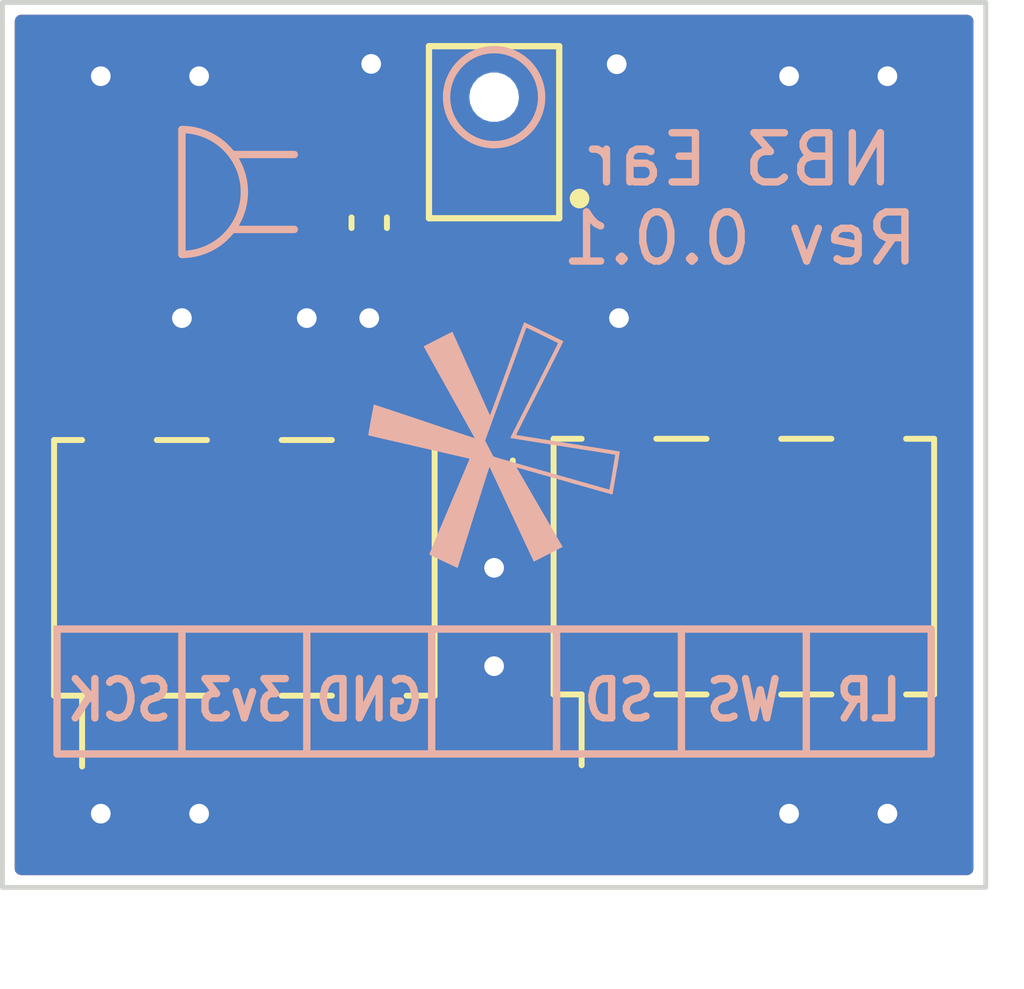
<source format=kicad_pcb>
(kicad_pcb (version 20210606) (generator pcbnew)
  (title_block (title "NB3 Ear") (date "2021-07-06") (rev "0.0.1") (company "Voight-Kampff") (comment 1 "MEMS microphone with I2S interface PCB"))
  (layers (0 "F.Cu" signal) (31 "B.Cu" signal) (34 "B.Paste" user) (35 "F.Paste" user) (36 "B.SilkS" user "B.Silkscreen") (37 "F.SilkS" user "F.Silkscreen") (38 "B.Mask" user) (39 "F.Mask" user) (44 "Edge.Cuts" user))
  (net 0 "")
  (net 1 "+3V3")
  (net 2 "GND")
  (net 3 "/SCK")
  (net 4 "/SD")
  (net 5 "/WS")
  (net 6 "/LR")
  (footprint "NB3_ear:Mic_ICS-43434" (layer "F.Cu") (at 151.08 100.914 180)
    (fp_text reference "MK1" hide)
    (fp_text value "Mic_ICS-43434" hide)
    (fp_poly (pts (xy -0.01 -0.1) (xy -0.01 0.2) (xy -0.036168 0.200685) (xy -0.062264 0.202739) (xy -0.088217 0.206156) (xy -0.113956 0.210926) (xy -0.13941 0.217037) (xy -0.164508 0.224472) (xy -0.189184 0.23321) (xy -0.213368 0.243227) (xy -0.236995 0.254497) (xy -0.26 0.266987) (xy -0.28232 0.280665) (xy -0.303893 0.295492) (xy -0.32466 0.311427) (xy -0.344565 0.328428) (xy -0.363553 0.346447) (xy -0.381572 0.365435) (xy -0.398573 0.38534) (xy -0.414508 0.406107) (xy -0.429335 0.42768) (xy -0.443013 0.45) (xy -0.455503 0.473005) (xy -0.466773 0.496632) (xy -0.47679 0.520816) (xy -0.485528 0.545492) (xy -0.492963 0.57059) (xy -0.499074 0.596044) (xy -0.503844 0.621783) (xy -0.507261 0.647736) (xy -0.509315 0.673832) (xy -0.51 0.7) (xy -0.51 0.72) (xy -0.509301 0.746691) (xy -0.507206 0.77331) (xy -0.503721 0.799782) (xy -0.498855 0.826035) (xy -0.492622 0.851998) (xy -0.485039 0.877599) (xy -0.476126 0.902768) (xy -0.465908 0.927436) (xy -0.454413 0.951535) (xy -0.441673 0.975) (xy -0.427722 0.997766) (xy -0.412599 1.01977) (xy -0.396344 1.040953) (xy -0.379004 1.061257) (xy -0.360624 1.080624) (xy -0.341257 1.099004) (xy -0.320953 1.116344) (xy -0.29977 1.132599) (xy -0.277766 1.147722) (xy -0.255 1.161673) (xy -0.231535 1.174413) (xy -0.207436 1.185908) (xy -0.182768 1.196126) (xy -0.157599 1.205039) (xy -0.131998 1.212622) (xy -0.106035 1.218855) (xy -0.079782 1.223721) (xy -0.05331 1.227206) (xy -0.026691 1.229301) (xy 0 1.23) (xy 0.01 1.23) (xy 0.036168 1.229315) (xy 0.062264 1.227261) (xy 0.088217 1.223844) (xy 0.113956 1.219074) (xy 0.13941 1.212963) (xy 0.164508 1.205528) (xy 0.189184 1.19679) (xy 0.213368 1.186773) (xy 0.236995 1.175503) (xy 0.26 1.163013) (xy 0.28232 1.149335) (xy 0.303893 1.134508) (xy 0.32466 1.118573) (xy 0.344565 1.101572) (xy 0.363553 1.083553) (xy 0.381572 1.064565) (xy 0.398573 1.04466) (xy 0.414508 1.023893) (xy 0.429335 1.00232) (xy 0.443013 0.98) (xy 0.455503 0.956995) (xy 0.466773 0.933368) (xy 0.47679 0.909184) (xy 0.485528 0.884508) (xy 0.492963 0.85941) (xy 0.499074 0.833956) (xy 0.503844 0.808217) (xy 0.507261 0.782264) (xy 0.509315 0.756168) (xy 0.51 0.73) (xy 0.51 0.7) (xy 0.509315 0.673832) (xy 0.507261 0.647736) (xy 0.503844 0.621783) (xy 0.499074 0.596044) (xy 0.492963 0.57059) (xy 0.485528 0.545492) (xy 0.47679 0.520816) (xy 0.466773 0.496632) (xy 0.455503 0.473005) (xy 0.443013 0.45) (xy 0.429335 0.42768) (xy 0.414508 0.406107) (xy 0.398573 0.38534) (xy 0.381572 0.365435) (xy 0.363553 0.346447) (xy 0.344565 0.328428) (xy 0.32466 0.311427) (xy 0.303893 0.295492) (xy 0.28232 0.280665) (xy 0.26 0.266987) (xy 0.236995 0.254497) (xy 0.213368 0.243227) (xy 0.189184 0.23321) (xy 0.164508 0.224472) (xy 0.13941 0.217037) (xy 0.113956 0.210926) (xy 0.088217 0.206156) (xy 0.062264 0.202739) (xy 0.036168 0.200685) (xy 0.01 0.2) (xy 0.01 -0.1) (xy 0.02 -0.1) (xy 0.061345 -0.098917) (xy 0.102577 -0.095672) (xy 0.143583 -0.090274) (xy 0.18425 -0.082737) (xy 0.224467 -0.073081) (xy 0.264123 -0.061335) (xy 0.303111 -0.047529) (xy 0.341322 -0.031701) (xy 0.378652 -0.013895) (xy 0.415 0.00584) (xy 0.450265 0.02745) (xy 0.48435 0.050877) (xy 0.517163 0.076055) (xy 0.548613 0.102916) (xy 0.578614 0.131386) (xy 0.607084 0.161387) (xy 0.633945 0.192837) (xy 0.659123 0.22565) (xy 0.68255 0.259735) (xy 0.70416 0.295) (xy 0.723895 0.331348) (xy 0.741701 0.368678) (xy 0.757529 0.406889) (xy 0.771335 0.445877) (xy 0.783081 0.485533) (xy 0.792737 0.52575) (xy 0.800274 0.566417) (xy 0.805672 0.607423) (xy 0.808917 0.648655) (xy 0.81 0.69) (xy 0.81 0.72) (xy 0.80889 0.762392) (xy 0.805563 0.804668) (xy 0.800028 0.846712) (xy 0.7923 0.888408) (xy 0.7824 0.929643) (xy 0.770356 0.970304) (xy 0.7562 1.010278) (xy 0.739972 1.049457) (xy 0.721715 1.087732) (xy 0.701481 1.125) (xy 0.679323 1.161158) (xy 0.655304 1.196106) (xy 0.629488 1.22975) (xy 0.601947 1.261996) (xy 0.572756 1.292756) (xy 0.541996 1.321947) (xy 0.50975 1.349488) (xy 0.476106 1.375304) (xy 0.441158 1.399323) (xy 0.405 1.421481) (xy 0.367732 1.441715) (xy 0.329457 1.459972) (xy 0.290278 1.4762) (xy 0.250304 1.490356) (xy 0.209643 1.5024) (xy 0.168408 1.5123) (xy 0.126712 1.520028) (xy 0.084668 1.525563) (xy 0.042392 1.52889) (xy 0 1.53) (xy -0.01 1.53) (xy -0.051869 1.528904) (xy -0.093623 1.525618) (xy -0.135148 1.520151) (xy -0.176329 1.512518) (xy -0.217055 1.502741) (xy -0.257214 1.490845) (xy -0.296694 1.476864) (xy -0.335389 1.460836) (xy -0.373192 1.442805) (xy -0.41 1.42282) (xy -0.445711 1.400936) (xy -0.480228 1.377214) (xy -0.513456 1.351717) (xy -0.545304 1.324516) (xy -0.575685 1.295685) (xy -0.604516 1.265304) (xy -0.631717 1.233456) (xy -0.657214 1.200228) (xy -0.680936 1.165711) (xy -0.70282 1.13) (xy -0.722805 1.093192) (xy -0.740836 1.055389) (xy -0.756864 1.016694) (xy -0.770845 0.977214) (xy -0.782741 0.937055) (xy -0.792518 0.896329) (xy -0.800151 0.855148) (xy -0.805618 0.813623) (xy -0.808904 0.771869) (xy -0.81 0.73) (xy -0.81 0.7) (xy -0.808904 0.658131) (xy -0.805618 0.616377) (xy -0.800151 0.574852) (xy -0.792518 0.533671) (xy -0.782741 0.492945) (xy -0.770845 0.452786) (xy -0.756864 0.413306) (xy -0.740836 0.374611) (xy -0.722805 0.336808) (xy -0.70282 0.3) (xy -0.680936 0.264289) (xy -0.657214 0.229772) (xy -0.631717 0.196544) (xy -0.604516 0.164696) (xy -0.575685 0.134315) (xy -0.545304 0.105484) (xy -0.513456 0.078283) (xy -0.480228 0.052786) (xy -0.445711 0.029064) (xy -0.41 0.00718) (xy -0.373192 -0.012805) (xy -0.335389 -0.030836) (xy -0.296694 -0.046864) (xy -0.257214 -0.060845) (xy -0.217055 -0.072741) (xy -0.176329 -0.082518) (xy -0.135148 -0.090151) (xy -0.093623 -0.095618) (xy -0.051869 -0.098904) (xy -0.01 -0.1)) (layer "F.Cu") (width 0.001) (fill solid))
    (fp_line (start 1.325 1.75) (end 1.325 -1.75) (layer "F.SilkS") (width 0.127))
    (fp_line (start -1.325 1.75) (end 1.325 1.75) (layer "F.SilkS") (width 0.127))
    (fp_line (start 1.325 -1.75) (end -1.325 -1.75) (layer "F.SilkS") (width 0.127))
    (fp_line (start -1.325 -1.75) (end -1.325 1.75) (layer "F.SilkS") (width 0.127))
    (fp_circle (center -1.7375 -1.35) (end -1.6375 -1.35) (layer "F.SilkS") (width 0.2) (fill none))
    (pad "1" smd rect locked (at -0.9 -1.361 180) (size 0.6 0.522) (layers "F.Cu" "F.Mask") (net 5 "/WS"))
    (pad "2" smd rect locked (at -0.9 -0.539 180) (size 0.6 0.522) (layers "F.Cu" "F.Mask") (net 6 "/LR"))
    (pad "3" smd rect locked (at -0.0155 1.383 180) (size 0.1 0.1) (layers "F.Cu") (net 2 "GND"))
    (pad "4" smd rect locked (at 0.9 -0.539 180) (size 0.6 0.522) (layers "F.Cu" "F.Mask") (net 3 "/SCK"))
    (pad "5" smd rect locked (at 0.9 -1.361 180) (size 0.6 0.522) (layers "F.Cu" "F.Mask") (net 1 "+3V3"))
    (pad "6" smd rect locked (at 0 -1.361 180) (size 0.6 0.522) (layers "F.Cu" "F.Mask") (net 4 "/SD"))
    (pad "None" np_thru_hole circle locked (at 0 0.713 180) (size 0.5 0.5) (drill 0.5) (layers *.Cu *.Mask))
  )
  (footprint "Capacitor_SMD:C_0402_1005Metric" (layer "F.Cu") (at 148.54 102.755 -90)
    (fp_text reference "C1" hide)
    (fp_text value "0.1 uF" hide)
    (fp_line (start -0.107836 -0.36) (end 0.107836 -0.36) (layer "F.SilkS") (width 0.12))
    (fp_line (start -0.107836 0.36) (end 0.107836 0.36) (layer "F.SilkS") (width 0.12))
    (pad "1" smd roundrect locked (at -0.48 0 270) (size 0.56 0.62) (layers "F.Cu" "F.Paste" "F.Mask") (net 1 "+3V3"))
    (pad "2" smd roundrect locked (at 0.48 0 270) (size 0.56 0.62) (layers "F.Cu" "F.Paste" "F.Mask") (net 2 "GND"))
  )
  (footprint "Resistor_SMD:R_0402_1005Metric" (layer "F.Cu") (at 151.08 107.745 90)
    (fp_text reference "R1" hide)
    (fp_text value "100k" hide)
    (fp_line (start -0.153641 0.38) (end 0.153641 0.38) (layer "F.SilkS") (width 0.12))
    (fp_line (start -0.153641 -0.38) (end 0.153641 -0.38) (layer "F.SilkS") (width 0.12))
    (pad "1" smd roundrect locked (at -0.51 0 90) (size 0.54 0.64) (layers "F.Cu" "F.Paste" "F.Mask") (net 2 "GND"))
    (pad "2" smd roundrect locked (at 0.51 0 90) (size 0.54 0.64) (layers "F.Cu" "F.Paste" "F.Mask") (net 4 "/SD"))
  )
  (footprint "Connector_PinHeader_2.54mm:PinHeader_2x03_P2.54mm_Vertical_SMD" (layer "F.Cu") (at 156.16 109.75 90)
    (fp_text reference "J2" hide)
    (fp_text value "Conn_02x03_Odd_Even")
    (fp_line (start -2.6 3.87) (end 2.6 3.87) (layer "F.SilkS") (width 0.12))
    (fp_line (start 2.6 3.3) (end 2.6 3.87) (layer "F.SilkS") (width 0.12))
    (fp_line (start -2.6 -1.78) (end -2.6 -0.76) (layer "F.SilkS") (width 0.12))
    (fp_line (start -2.6 -3.87) (end 2.6 -3.87) (layer "F.SilkS") (width 0.12))
    (fp_line (start 2.6 0.76) (end 2.6 1.78) (layer "F.SilkS") (width 0.12))
    (fp_line (start -2.6 0.76) (end -2.6 1.78) (layer "F.SilkS") (width 0.12))
    (fp_line (start -2.6 -3.87) (end -2.6 -3.3) (layer "F.SilkS") (width 0.12))
    (fp_line (start -4.04 -3.3) (end -2.6 -3.3) (layer "F.SilkS") (width 0.12))
    (fp_line (start 2.6 -1.78) (end 2.6 -0.76) (layer "F.SilkS") (width 0.12))
    (fp_line (start 2.6 -3.87) (end 2.6 -3.3) (layer "F.SilkS") (width 0.12))
    (fp_line (start -2.6 3.3) (end -2.6 3.87) (layer "F.SilkS") (width 0.12))
    (pad "1" smd rect locked (at -2.525 -2.54 90) (size 3.15 1) (layers "F.Cu" "F.Paste" "F.Mask") (net 4 "/SD"))
    (pad "2" smd rect locked (at 2.525 -2.54 90) (size 3.15 1) (layers "F.Cu" "F.Paste" "F.Mask") (net 4 "/SD"))
    (pad "3" smd rect locked (at -2.525 0 90) (size 3.15 1) (layers "F.Cu" "F.Paste" "F.Mask") (net 5 "/WS"))
    (pad "4" smd rect locked (at 2.525 0 90) (size 3.15 1) (layers "F.Cu" "F.Paste" "F.Mask") (net 5 "/WS"))
    (pad "5" smd rect locked (at -2.525 2.54 90) (size 3.15 1) (layers "F.Cu" "F.Paste" "F.Mask") (net 6 "/LR"))
    (pad "6" smd rect locked (at 2.525 2.54 90) (size 3.15 1) (layers "F.Cu" "F.Paste" "F.Mask") (net 6 "/LR"))
  )
  (footprint "Connector_PinHeader_2.54mm:PinHeader_2x03_P2.54mm_Vertical_SMD" (layer "F.Cu") (at 146 109.775 90)
    (fp_text reference "J1" hide)
    (fp_text value "Conn_02x03_Odd_Even")
    (fp_line (start -2.6 -3.87) (end 2.6 -3.87) (layer "F.SilkS") (width 0.12))
    (fp_line (start 2.6 3.3) (end 2.6 3.87) (layer "F.SilkS") (width 0.12))
    (fp_line (start 2.6 -1.78) (end 2.6 -0.76) (layer "F.SilkS") (width 0.12))
    (fp_line (start 2.6 -3.87) (end 2.6 -3.3) (layer "F.SilkS") (width 0.12))
    (fp_line (start -4.04 -3.3) (end -2.6 -3.3) (layer "F.SilkS") (width 0.12))
    (fp_line (start -2.6 -1.78) (end -2.6 -0.76) (layer "F.SilkS") (width 0.12))
    (fp_line (start -2.6 3.87) (end 2.6 3.87) (layer "F.SilkS") (width 0.12))
    (fp_line (start 2.6 0.76) (end 2.6 1.78) (layer "F.SilkS") (width 0.12))
    (fp_line (start -2.6 0.76) (end -2.6 1.78) (layer "F.SilkS") (width 0.12))
    (fp_line (start -2.6 -3.87) (end -2.6 -3.3) (layer "F.SilkS") (width 0.12))
    (fp_line (start -2.6 3.3) (end -2.6 3.87) (layer "F.SilkS") (width 0.12))
    (pad "1" smd rect locked (at -2.525 -2.54 90) (size 3.15 1) (layers "F.Cu" "F.Paste" "F.Mask") (net 3 "/SCK"))
    (pad "2" smd rect locked (at 2.525 -2.54 90) (size 3.15 1) (layers "F.Cu" "F.Paste" "F.Mask") (net 3 "/SCK"))
    (pad "3" smd rect locked (at -2.525 0 90) (size 3.15 1) (layers "F.Cu" "F.Paste" "F.Mask") (net 1 "+3V3"))
    (pad "4" smd rect locked (at 2.525 0 90) (size 3.15 1) (layers "F.Cu" "F.Paste" "F.Mask") (net 1 "+3V3"))
    (pad "5" smd rect locked (at -2.525 2.54 90) (size 3.15 1) (layers "F.Cu" "F.Paste" "F.Mask") (net 2 "GND"))
    (pad "6" smd rect locked (at 2.525 2.54 90) (size 3.15 1) (layers "F.Cu" "F.Paste" "F.Mask") (net 2 "GND"))
  )
  (footprint "NB3_ear:Logo_VK_5mm" (layer "B.Cu") (at 151.08 107.275 180)
    (fp_text reference "G***" hide)
    (fp_text value "LOGO" hide)
    (fp_poly (pts (xy -0.608358 2.490005) (xy -0.603434 2.476985) (xy -0.595619 2.456006) (xy -0.58506 2.427472) (xy -0.571905 2.391783) (xy -0.556299 2.34934) (xy -0.53839 2.300545) (xy -0.518325 2.245799) (xy -0.496251 2.185503) (xy -0.472315 2.120059) (xy -0.446664 2.049868) (xy -0.419444 1.975332) (xy -0.390802 1.896851) (xy -0.360886 1.814827) (xy -0.329842 1.729662) (xy -0.297818 1.641756) (xy -0.26496 1.551511) (xy -0.263079 1.546345) (xy -0.230199 1.456056) (xy -0.198147 1.368128) (xy -0.167069 1.282959) (xy -0.137112 1.200948) (xy -0.108424 1.122494) (xy -0.081149 1.047993) (xy -0.055435 0.977845) (xy -0.031428 0.912449) (xy -0.009275 0.852202) (xy 0.010879 0.797503) (xy 0.028885 0.74875) (xy 0.044599 0.706342) (xy 0.057873 0.670677) (xy 0.068561 0.642153) (xy 0.076516 0.621169) (xy 0.081593 0.608123) (xy 0.083644 0.603413) (xy 0.083669 0.603405) (xy 0.08583 0.607772) (xy 0.091611 0.620245) (xy 0.10083 0.640418) (xy 0.113306 0.667889) (xy 0.128856 0.702251) (xy 0.147299 0.743101) (xy 0.168452 0.790035) (xy 0.192134 0.842646) (xy 0.218163 0.900532) (xy 0.246356 0.963287) (xy 0.276533 1.030507) (xy 0.30851 1.101787) (xy 0.342105 1.176723) (xy 0.377138 1.254911) (xy 0.413426 1.335945) (xy 0.450787 1.419421) (xy 0.466144 1.453749) (xy 0.503882 1.538074) (xy 0.540625 1.620104) (xy 0.576191 1.699436) (xy 0.610397 1.775665) (xy 0.643062 1.84839) (xy 0.674004 1.917206) (xy 0.70304 1.981709) (xy 0.729988 2.041497) (xy 0.754667 2.096165) (xy 0.776895 2.145311) (xy 0.796488 2.18853) (xy 0.813266 2.22542) (xy 0.827046 2.255577) (xy 0.837647 2.278597) (xy 0.844885 2.294076) (xy 0.848579 2.301612) (xy 0.849026 2.302312) (xy 0.853668 2.30025) (xy 0.865782 2.294341) (xy 0.884553 2.285002) (xy 0.909165 2.272649) (xy 0.938801 2.257699) (xy 0.972646 2.240569) (xy 1.009882 2.221676) (xy 1.049695 2.201435) (xy 1.091268 2.180264) (xy 1.133785 2.158579) (xy 1.17643 2.136797) (xy 1.218387 2.115335) (xy 1.258839 2.094609) (xy 1.296971 2.075035) (xy 1.331967 2.057031) (xy 1.363009 2.041013) (xy 1.389283 2.027398) (xy 1.409972 2.016602) (xy 1.42426 2.009042) (xy 1.431332 2.005135) (xy 1.43193 2.004731) (xy 1.43001 2.000403) (xy 1.423732 1.988305) (xy 1.413297 1.968799) (xy 1.398904 1.942246) (xy 1.380752 1.909008) (xy 1.359043 1.869444) (xy 1.333976 1.823918) (xy 1.305751 1.772789) (xy 1.274568 1.71642) (xy 1.240627 1.655172) (xy 1.204127 1.589405) (xy 1.16527 1.519481) (xy 1.124254 1.445762) (xy 1.08128 1.368609) (xy 1.036547 1.288382) (xy 0.990256 1.205443) (xy 0.942607 1.120154) (xy 0.914223 1.069388) (xy 0.865864 0.982912) (xy 0.81872 0.898597) (xy 0.772993 0.816805) (xy 0.728884 0.737894) (xy 0.686594 0.662225) (xy 0.646323 0.590158) (xy 0.608274 0.522054) (xy 0.572647 0.458272) (xy 0.539643 0.399172) (xy 0.509464 0.345115) (xy 0.48231 0.296461) (xy 0.458383 0.25357) (xy 0.437883 0.216801) (xy 0.421013 0.186516) (xy 0.407972 0.163074) (xy 0.398962 0.146836) (xy 0.394184 0.138161) (xy 0.393431 0.136737) (xy 0.397819 0.138132) (xy 0.410653 0.14237) (xy 0.431544 0.14932) (xy 0.460104 0.158854) (xy 0.495945 0.170839) (xy 0.538677 0.185146) (xy 0.587912 0.201644) (xy 0.643263 0.220203) (xy 0.70434 0.240693) (xy 0.770755 0.262983) (xy 0.84212 0.286943) (xy 0.918045 0.312443) (xy 0.998144 0.339352) (xy 1.082027 0.36754) (xy 1.169305 0.396877) (xy 1.259591 0.427232) (xy 1.352496 0.458475) (xy 1.418518 0.480683) (xy 1.513041 0.512464) (xy 1.605232 0.543433) (xy 1.694702 0.57346) (xy 1.781063 0.602415) (xy 1.863923 0.630168) (xy 1.942895 0.65659) (xy 2.017588 0.681551) (xy 2.087614 0.704921) (xy 2.152581 0.726571) (xy 2.212102 0.74637) (xy 2.265787 0.76419) (xy 2.313246 0.7799) (xy 2.354089 0.793371) (xy 2.387928 0.804472) (xy 2.414373 0.813076) (xy 2.433033 0.81905) (xy 2.443521 0.822267) (xy 2.44579 0.82281) (xy 2.447351 0.817607) (xy 2.450348 0.804185) (xy 2.454613 0.783454) (xy 2.45998 0.756326) (xy 2.466283 0.723712) (xy 2.473357 0.686522) (xy 2.481034 0.645669) (xy 2.489149 0.602063) (xy 2.497536 0.556615) (xy 2.506028 0.510236) (xy 2.514459 0.463838) (xy 2.522664 0.418332) (xy 2.530475 0.374629) (xy 2.537727 0.333639) (xy 2.544254 0.296275) (xy 2.54989 0.263447) (xy 2.554467 0.236067) (xy 2.557821 0.215045) (xy 2.559785 0.201294) (xy 2.560193 0.195723) (xy 2.560157 0.195661) (xy 2.555318 0.1943) (xy 2.541799 0.190955) (xy 2.520007 0.185722) (xy 2.490348 0.178694) (xy 2.453229 0.169965) (xy 2.409056 0.15963) (xy 2.358237 0.147784) (xy 2.301178 0.134519) (xy 2.238285 0.119932) (xy 2.169965 0.104115) (xy 2.096625 0.087164) (xy 2.018671 0.069172) (xy 1.93651 0.050234) (xy 1.850549 0.030444) (xy 1.761195 0.009897) (xy 1.668853 -0.011314) (xy 1.573931 -0.033095) (xy 1.529555 -0.043269) (xy 1.433603 -0.065271) (xy 1.340055 -0.08674) (xy 1.249315 -0.107581) (xy 1.161791 -0.127701) (xy 1.077888 -0.147005) (xy 0.998012 -0.1654) (xy 0.922568 -0.182792) (xy 0.851964 -0.199087) (xy 0.786605 -0.214191) (xy 0.726897 -0.22801) (xy 0.673246 -0.240451) (xy 0.626057 -0.25142) (xy 0.585738 -0.260822) (xy 0.552693 -0.268565) (xy 0.527329 -0.274553) (xy 0.510052 -0.278694) (xy 0.501268 -0.280894) (xy 0.50019 -0.281228) (xy 0.501744 -0.285698) (xy 0.506791 -0.29836) (xy 0.51517 -0.318831) (xy 0.526719 -0.346728) (xy 0.541277 -0.381669) (xy 0.558683 -0.423271) (xy 0.578774 -0.47115) (xy 0.601391 -0.524924) (xy 0.626371 -0.58421) (xy 0.653553 -0.648626) (xy 0.682776 -0.717787) (xy 0.713878 -0.791313) (xy 0.746698 -0.868819) (xy 0.781075 -0.949922) (xy 0.816847 -1.034241) (xy 0.853852 -1.121392) (xy 0.89193 -1.210992) (xy 0.910446 -1.254534) (xy 0.948977 -1.345175) (xy 0.986507 -1.433554) (xy 1.022874 -1.519289) (xy 1.057917 -1.601997) (xy 1.091474 -1.681294) (xy 1.123386 -1.756797) (xy 1.15349 -1.828124) (xy 1.181627 -1.89489) (xy 1.207633 -1.956714) (xy 1.231349 -2.013211) (xy 1.252614 -2.063999) (xy 1.271266 -2.108694) (xy 1.287144 -2.146913) (xy 1.300087 -2.178274) (xy 1.309934 -2.202393) (xy 1.316524 -2.218887) (xy 1.319696 -2.227372) (xy 1.319958 -2.228487) (xy 1.315372 -2.230914) (xy 1.303214 -2.236916) (xy 1.284319 -2.246097) (xy 1.259526 -2.258058) (xy 1.22967 -2.272401) (xy 1.19559 -2.288728) (xy 1.158121 -2.30664) (xy 1.118101 -2.325741) (xy 1.076367 -2.345631) (xy 1.033756 -2.365913) (xy 0.991104 -2.386188) (xy 0.949248 -2.406059) (xy 0.909025 -2.425127) (xy 0.871273 -2.442995) (xy 0.836828 -2.459264) (xy 0.806527 -2.473537) (xy 0.781207 -2.485414) (xy 0.761705 -2.494499) (xy 0.748857 -2.500393) (xy 0.743501 -2.502697) (xy 0.743413 -2.502715) (xy 0.741321 -2.498538) (xy 0.737073 -2.487119) (xy 0.731255 -2.470122) (xy 0.724454 -2.449214) (xy 0.723316 -2.445623) (xy 0.720208 -2.435736) (xy 0.714456 -2.417386) (xy 0.706196 -2.391008) (xy 0.695564 -2.357034) (xy 0.682696 -2.315901) (xy 0.667726 -2.268041) (xy 0.650792 -2.213889) (xy 0.632028 -2.15388) (xy 0.611571 -2.088446) (xy 0.589556 -2.018023) (xy 0.566118 -1.943045) (xy 0.541395 -1.863946) (xy 0.51552 -1.781159) (xy 0.488631 -1.69512) (xy 0.460863 -1.606262) (xy 0.432351 -1.51502) (xy 0.403232 -1.421827) (xy 0.400485 -1.413037) (xy 0.365485 -1.30105) (xy 0.333146 -1.197652) (xy 0.30337 -1.102529) (xy 0.276055 -1.015369) (xy 0.251101 -0.935859) (xy 0.228407 -0.863684) (xy 0.207873 -0.798533) (xy 0.189398 -0.740091) (xy 0.172883 -0.688045) (xy 0.158225 -0.642083) (xy 0.145326 -0.60189) (xy 0.134084 -0.567155) (xy 0.124398 -0.537562) (xy 0.11617 -0.5128) (xy 0.109297 -0.492556) (xy 0.103679 -0.476515) (xy 0.099217 -0.464364) (xy 0.095808 -0.455791) (xy 0.093354 -0.450482) (xy 0.091753 -0.448124) (xy 0.090954 -0.448277) (xy 0.085542 -0.460305) (xy 0.076596 -0.479876) (xy 0.064329 -0.506533) (xy 0.048954 -0.539821) (xy 0.030685 -0.579283) (xy 0.009735 -0.624461) (xy -0.013684 -0.674899) (xy -0.039356 -0.730141) (xy -0.067071 -0.78973) (xy -0.096613 -0.85321) (xy -0.127771 -0.920122) (xy -0.16033 -0.990012) (xy -0.194077 -1.062422) (xy -0.2288 -1.136895) (xy -0.264285 -1.212975) (xy -0.300318 -1.290206) (xy -0.336687 -1.36813) (xy -0.373179 -1.446291) (xy -0.409579 -1.524232) (xy -0.445675 -1.601497) (xy -0.481254 -1.677628) (xy -0.516102 -1.75217) (xy -0.550006 -1.824666) (xy -0.582753 -1.894658) (xy -0.61413 -1.961691) (xy -0.643923 -2.025308) (xy -0.671919 -2.085051) (xy -0.697905 -2.140464) (xy -0.721667 -2.191092) (xy -0.742993 -2.236476) (xy -0.761669 -2.27616) (xy -0.777483 -2.309688) (xy -0.790219 -2.336603) (xy -0.799667 -2.356449) (xy -0.805611 -2.368768) (xy -0.807839 -2.373103) (xy -0.807845 -2.373106) (xy -0.812637 -2.371045) (xy -0.824858 -2.365152) (xy -0.843698 -2.355839) (xy -0.868349 -2.343519) (xy -0.898001 -2.328606) (xy -0.931844 -2.311512) (xy -0.969071 -2.292652) (xy -1.00887 -2.272437) (xy -1.050434 -2.251282) (xy -1.092953 -2.2296) (xy -1.135617 -2.207804) (xy -1.177618 -2.186307) (xy -1.218146 -2.165522) (xy -1.256391 -2.145863) (xy -1.291546 -2.127742) (xy -1.322799 -2.111574) (xy -1.349343 -2.097771) (xy -1.370367 -2.086746) (xy -1.385064 -2.078913) (xy -1.392622 -2.074685) (xy -1.393479 -2.074065) (xy -1.391174 -2.069853) (xy -1.384409 -2.057962) (xy -1.373407 -2.038777) (xy -1.35839 -2.01268) (xy -1.339579 -1.980054) (xy -1.317196 -1.941283) (xy -1.291462 -1.896749) (xy -1.262598 -1.846836) (xy -1.230827 -1.791926) (xy -1.196371 -1.732404) (xy -1.15945 -1.66865) (xy -1.120286 -1.60105) (xy -1.079101 -1.529985) (xy -1.036117 -1.455839) (xy -0.991554 -1.378996) (xy -0.945636 -1.299837) (xy -0.92562 -1.265339) (xy -0.879202 -1.185331) (xy -0.834052 -1.107487) (xy -0.790391 -1.032191) (xy -0.74844 -0.959825) (xy -0.708421 -0.890769) (xy -0.670554 -0.825407) (xy -0.635061 -0.764121) (xy -0.602162 -0.707292) (xy -0.572079 -0.655303) (xy -0.545033 -0.608536) (xy -0.521245 -0.567372) (xy -0.500936 -0.532195) (xy -0.484327 -0.503385) (xy -0.47164 -0.481325) (xy -0.463095 -0.466397) (xy -0.458913 -0.458983) (xy -0.458512 -0.4582) (xy -0.462997 -0.459373) (xy -0.476039 -0.46298) (xy -0.497232 -0.468907) (xy -0.526168 -0.477037) (xy -0.562439 -0.487256) (xy -0.605637 -0.499448) (xy -0.655356 -0.513498) (xy -0.711186 -0.52929) (xy -0.772722 -0.546709) (xy -0.839555 -0.56564) (xy -0.911277 -0.585966) (xy -0.987481 -0.607574) (xy -1.06776 -0.630347) (xy -1.151705 -0.65417) (xy -1.23891 -0.678928) (xy -1.328966 -0.704505) (xy -1.421467 -0.730786) (xy -1.433072 -0.734084) (xy -1.525849 -0.760444) (xy -1.616234 -0.786115) (xy -1.703818 -0.810979) (xy -1.788196 -0.834923) (xy -1.868958 -0.857831) (xy -1.945697 -0.879588) (xy -2.018006 -0.900077) (xy -2.085476 -0.919184) (xy -2.1477 -0.936794) (xy -2.204271 -0.95279) (xy -2.254781 -0.967059) (xy -2.298821 -0.979483) (xy -2.335985 -0.989948) (xy -2.365864 -0.998339) (xy -2.388051 -1.00454) (xy -2.402139 -1.008436) (xy -2.407719 -1.009911) (xy -2.407798 -1.00992) (xy -2.408824 -1.005184) (xy -2.411271 -0.992041) (xy -2.415008 -0.971262) (xy -2.419903 -0.943616) (xy -2.425825 -0.909871) (xy -2.43264 -0.870797) (xy -2.440219 -0.827164) (xy -2.448428 -0.77974) (xy -2.457136 -0.729295) (xy -2.466211 -0.676598) (xy -2.475521 -0.622419) (xy -2.484935 -0.567527) (xy -2.494321 -0.512691) (xy -2.503546 -0.458681) (xy -2.512479 -0.406265) (xy -2.520989 -0.356214) (xy -2.528943 -0.309296) (xy -2.536209 -0.26628) (xy -2.542656 -0.227937) (xy -2.54723 -0.200555) (xy -2.462309 -0.200555) (xy -2.461977 -0.205385) (xy -2.460205 -0.218538) (xy -2.457138 -0.239149) (xy -2.452921 -0.266354) (xy -2.447697 -0.299291) (xy -2.441611 -0.337095) (xy -2.434808 -0.378902) (xy -2.427431 -0.42385) (xy -2.419625 -0.471075) (xy -2.411534 -0.519712) (xy -2.403303 -0.568899) (xy -2.395075 -0.617772) (xy -2.386996 -0.665466) (xy -2.379209 -0.711119) (xy -2.371859 -0.753867) (xy -2.36509 -0.792846) (xy -2.359046 -0.827192) (xy -2.353872 -0.856043) (xy -2.349712 -0.878533) (xy -2.34671 -0.8938) (xy -2.345687 -0.898463) (xy -2.341095 -0.906452) (xy -2.33556 -0.906831) (xy -2.330469 -0.905377) (xy -2.316786 -0.901484) (xy -2.294886 -0.895259) (xy -2.265145 -0.886809) (xy -2.227939 -0.876239) (xy -2.183641 -0.863656) (xy -2.132628 -0.849168) (xy -2.075275 -0.83288) (xy -2.011956 -0.814899) (xy -1.943048 -0.795331) (xy -1.868925 -0.774284) (xy -1.789962 -0.751864) (xy -1.706535 -0.728176) (xy -1.619019 -0.703329) (xy -1.527789 -0.677427) (xy -1.433221 -0.650579) (xy -1.335689 -0.62289) (xy -1.235569 -0.594467) (xy -1.160477 -0.57315) (xy -1.028096 -0.535553) (xy -0.904521 -0.500421) (xy -0.789581 -0.467706) (xy -0.683107 -0.437359) (xy -0.584928 -0.409329) (xy -0.494875 -0.383568) (xy -0.412778 -0.360027) (xy -0.338466 -0.338657) (xy -0.27177 -0.319408) (xy -0.21252 -0.30223) (xy -0.160546 -0.287076) (xy -0.115678 -0.273896) (xy -0.077746 -0.26264) (xy -0.04658 -0.253259) (xy -0.022009 -0.245705) (xy -0.003865 -0.239927) (xy 0.008022 -0.235877) (xy 0.013824 -0.233506) (xy 0.014432 -0.233084) (xy 0.018187 -0.227077) (xy 0.025642 -0.213731) (xy 0.03628 -0.194023) (xy 0.049586 -0.168926) (xy 0.065042 -0.139415) (xy 0.082132 -0.106465) (xy 0.10034 -0.071051) (xy 0.101945 -0.067914) (xy 0.182018 0.088611) (xy -0.235815 1.236241) (xy -0.272106 1.335911) (xy -0.307569 1.433285) (xy -0.342071 1.528) (xy -0.37548 1.619692) (xy -0.407663 1.708001) (xy -0.438487 1.792561) (xy -0.46782 1.87301) (xy -0.495529 1.948985) (xy -0.521483 2.020124) (xy -0.545548 2.086062) (xy -0.567592 2.146438) (xy -0.587483 2.200888) (xy -0.605089 2.249048) (xy -0.620275 2.290557) (xy -0.632911 2.325051) (xy -0.642864 2.352166) (xy -0.650001 2.371541) (xy -0.654189 2.382812) (xy -0.655329 2.385751) (xy -0.659758 2.38417) (xy -0.671751 2.378816) (xy -0.690526 2.370073) (xy -0.715303 2.358324) (xy -0.745303 2.343953) (xy -0.779744 2.327342) (xy -0.817846 2.308874) (xy -0.858829 2.288934) (xy -0.901913 2.267904) (xy -0.946317 2.246167) (xy -0.991261 2.224107) (xy -1.035965 2.202107) (xy -1.079647 2.18055) (xy -1.121529 2.159819) (xy -1.160828 2.140298) (xy -1.196766 2.12237) (xy -1.228562 2.106418) (xy -1.255434 2.092825) (xy -1.276604 2.081975) (xy -1.29129 2.07425) (xy -1.298713 2.070034) (xy -1.299473 2.069416) (xy -1.297543 2.064866) (xy -1.291571 2.052378) (xy -1.281742 2.032318) (xy -1.268241 2.005056) (xy -1.251256 1.970959) (xy -1.23097 1.930396) (xy -1.207569 1.883735) (xy -1.181239 1.831344) (xy -1.152165 1.773591) (xy -1.120532 1.710844) (xy -1.086527 1.643473) (xy -1.050334 1.571844) (xy -1.012139 1.496326) (xy -0.972127 1.417287) (xy -0.930484 1.335096) (xy -0.887396 1.250121) (xy -0.843047 1.162729) (xy -0.813281 1.104114) (xy -0.76822 1.015366) (xy -0.724304 0.928812) (xy -0.681718 0.844816) (xy -0.640647 0.763747) (xy -0.601276 0.685971) (xy -0.56379 0.611856) (xy -0.528374 0.541767) (xy -0.495213 0.476074) (xy -0.464492 0.415141) (xy -0.436395 0.359337) (xy -0.411108 0.309029) (xy -0.388817 0.264582) (xy -0.369704 0.226366) (xy -0.353957 0.194745) (xy -0.341759 0.170088) (xy -0.333296 0.152762) (xy -0.328752 0.143133) (xy -0.32799 0.141172) (xy -0.332771 0.140214) (xy -0.346349 0.137872) (xy -0.368312 0.134213) (xy -0.39825 0.129301) (xy -0.435751 0.123203) (xy -0.480405 0.115983) (xy -0.5318 0.107707) (xy -0.589525 0.09844) (xy -0.653169 0.088248) (xy -0.722321 0.077196) (xy -0.796569 0.065349) (xy -0.875504 0.052774) (xy -0.958713 0.039534) (xy -1.045785 0.025696) (xy -1.13631 0.011325) (xy -1.229876 -0.003514) (xy -1.326072 -0.018756) (xy -1.424488 -0.034334) (xy -1.524711 -0.050183) (xy -1.626331 -0.066239) (xy -1.728936 -0.082436) (xy -1.832117 -0.098708) (xy -1.93546 -0.11499) (xy -2.038557 -0.131217) (xy -2.140994 -0.147323) (xy -2.230074 -0.161314) (xy -2.27512 -0.16844) (xy -2.317372 -0.17523) (xy -2.355934 -0.181531) (xy -2.389911 -0.187193) (xy -2.418407 -0.192065) (xy -2.440527 -0.195994) (xy -2.455374 -0.19883) (xy -2.462054 -0.200422) (xy -2.462309 -0.200555) (xy -2.54723 -0.200555) (xy -2.548152 -0.195035) (xy -2.552565 -0.168343) (xy -2.555764 -0.148631) (xy -2.557616 -0.136669) (xy -2.55803 -0.133165) (xy -2.553333 -0.132305) (xy -2.539837 -0.130058) (xy -2.517951 -0.126489) (xy -2.488082 -0.121662) (xy -2.45064 -0.115644) (xy -2.406032 -0.108499) (xy -2.354667 -0.100292) (xy -2.296953 -0.091087) (xy -2.233298 -0.080951) (xy -2.164112 -0.069947) (xy -2.089802 -0.058142) (xy -2.010777 -0.045599) (xy -1.927444 -0.032385) (xy -1.840214 -0.018563) (xy -1.749492 -0.0042) (xy -1.655689 0.010641) (xy -1.559213 0.025893) (xy -1.503037 0.03477) (xy -1.405217 0.050229) (xy -1.309838 0.065314) (xy -1.217308 0.07996) (xy -1.128035 0.094102) (xy -1.042428 0.107675) (xy -0.960895 0.120613) (xy -0.883845 0.132852) (xy -0.811685 0.144328) (xy -0.744824 0.154973) (xy -0.683671 0.164725) (xy -0.628633 0.173517) (xy -0.580119 0.181284) (xy -0.538538 0.187962) (xy -0.504297 0.193486) (xy -0.477805 0.19779) (xy -0.459471 0.200809) (xy -0.449702 0.202479) (xy -0.448122 0.202802) (xy -0.45005 0.207049) (xy -0.456017 0.219236) (xy -0.465837 0.238995) (xy -0.479323 0.265957) (xy -0.496291 0.299755) (xy -0.516553 0.340021) (xy -0.539924 0.386385) (xy -0.566217 0.43848) (xy -0.595247 0.495938) (xy -0.626827 0.55839) (xy -0.660771 0.625468) (xy -0.696893 0.696804) (xy -0.735007 0.772029) (xy -0.774927 0.850775) (xy -0.816467 0.932675) (xy -0.859441 1.017359) (xy -0.903662 1.10446) (xy -0.930054 1.156424) (xy -0.974902 1.244756) (xy -1.01859 1.330885) (xy -1.060933 1.414444) (xy -1.101746 1.495065) (xy -1.140844 1.572381) (xy -1.178041 1.646022) (xy -1.213154 1.715621) (xy -1.245997 1.78081) (xy -1.276385 1.841221) (xy -1.304132 1.896486) (xy -1.329054 1.946236) (xy -1.350967 1.990105) (xy -1.369684 2.027723) (xy -1.385021 2.058724) (xy -1.396793 2.082738) (xy -1.404814 2.099398) (xy -1.4089 2.108336) (xy -1.409391 2.109838) (xy -1.404683 2.112048) (xy -1.392187 2.11807) (xy -1.372487 2.127617) (xy -1.346168 2.140407) (xy -1.313816 2.156153) (xy -1.276014 2.174571) (xy -1.233347 2.195375) (xy -1.1864 2.218282) (xy -1.135757 2.243006) (xy -1.082004 2.269261) (xy -1.025725 2.296765) (xy -1.009349 2.30477) (xy -0.952511 2.332502) (xy -0.898048 2.358971) (xy -0.846541 2.3839) (xy -0.798572 2.407011) (xy -0.754723 2.428028) (xy -0.715576 2.446674) (xy -0.681714 2.462672) (xy -0.653717 2.475745) (xy -0.632168 2.485616) (xy -0.61765 2.492009) (xy -0.610743 2.494646) (xy -0.610245 2.494667)) (layer "B.SilkS") (width 0) (fill solid))
  )
  (gr_line (start 147.27 111.02) (end 147.27 113.56) (layer "B.SilkS") (width 0.15))
  (gr_rect (start 159.97 111.02) (end 142.19 113.56) (layer "B.SilkS") (width 0.15) (fill none))
  (gr_line (start 154.89 111.02) (end 154.89 113.56) (layer "B.SilkS") (width 0.15))
  (gr_arc (start 144.73 102.13) (end 144.73 103.4) (angle -180) (layer "B.SilkS") (width 0.15))
  (gr_line (start 144.73 103.4) (end 144.73 100.86) (layer "B.SilkS") (width 0.15))
  (gr_line (start 149.81 111.02) (end 149.81 113.56) (layer "B.SilkS") (width 0.15))
  (gr_line (start 157.43 111.02) (end 157.43 113.56) (layer "B.SilkS") (width 0.15))
  (gr_line (start 152.35 111.02) (end 152.35 113.56) (layer "B.SilkS") (width 0.15))
  (gr_line (start 145.746 101.368) (end 147.016 101.368) (layer "B.SilkS") (width 0.15))
  (gr_circle (center 151.08 100.201) (end 151.0292 99.2358) (layer "B.SilkS") (width 0.15) (fill none))
  (gr_line (start 145.746 102.892) (end 147.016 102.892) (layer "B.SilkS") (width 0.15))
  (gr_line (start 144.73 111.02) (end 144.73 113.56) (layer "B.SilkS") (width 0.15))
  (gr_rect (start 141.08 116.275) (end 161.08 98.275) (layer "Edge.Cuts") (width 0.1) (fill none))
  (gr_text "SCK" (at 143.46 112.465) (layer "B.SilkS") (effects (font (size 0.8 0.7)) (justify mirror)))
  (gr_text "3v3" (at 146 112.465) (layer "B.SilkS") (effects (font (size 0.8 0.7)) (justify mirror)))
  (gr_text "LR" (at 158.7 112.465) (layer "B.SilkS") (effects (font (size 0.8 0.7)) (justify mirror)))
  (gr_text "SD" (at 153.62 112.465) (layer "B.SilkS") (effects (font (size 0.8 0.7)) (justify mirror)))
  (gr_text "NB3 Ear\nRev 0.0.1" (at 156.08 102.275) (layer "B.SilkS") (effects (font (size 1 1)) (justify mirror)))
  (gr_text "WS" (at 156.16 112.465) (layer "B.SilkS") (effects (font (size 0.8 0.7)) (justify mirror)))
  (gr_text "GND" (at 148.54 112.465) (layer "B.SilkS") (effects (font (size 0.8 0.7)) (justify mirror)))
  (segment (start 146 103.425) (end 146 107.25) (width 0.25) (layer "F.Cu") (net 1))
  (segment (start 148.54 102.275) (end 147.15 102.275) (width 0.25) (layer "F.Cu") (net 1))
  (segment (start 148.54 102.275) (end 150.18 102.275) (width 0.25) (layer "F.Cu") (net 1))
  (segment (start 147.15 102.275) (end 146 103.425) (width 0.25) (layer "F.Cu") (net 1))
  (segment (start 146 112.3) (end 146 107.25) (width 0.25) (layer "F.Cu") (net 1))
  (segment (start 150.318 106.473) (end 150.318 104.187) (width 0.25) (layer "F.Cu") (net 2))
  (segment (start 148.54 107.25) (end 149.317 107.25) (width 0.25) (layer "F.Cu") (net 2))
  (segment (start 149.366 103.235) (end 148.54 103.235) (width 0.25) (layer "F.Cu") (net 2))
  (segment (start 149.541 107.25) (end 150.318 106.473) (width 0.25) (layer "F.Cu") (net 2))
  (segment (start 151.0955 99.531) (end 148.586 99.531) (width 0.25) (layer "F.Cu") (net 2))
  (segment (start 151.0955 99.531) (end 153.574 99.531) (width 0.25) (layer "F.Cu") (net 2))
  (segment (start 148.54 112.3) (end 148.54 107.25) (width 0.25) (layer "F.Cu") (net 2))
  (segment (start 148.54 103.235) (end 148.54 104.695) (width 0.25) (layer "F.Cu") (net 2))
  (segment (start 153.574 99.531) (end 153.58 99.525) (width 0.25) (layer "F.Cu") (net 2))
  (segment (start 148.586 99.531) (end 148.58 99.525) (width 0.25) (layer "F.Cu") (net 2))
  (segment (start 150.318 104.187) (end 149.366 103.235) (width 0.25) (layer "F.Cu") (net 2))
  (segment (start 148.54 104.695) (end 147.27 104.695) (width 0.25) (layer "F.Cu") (net 2))
  (segment (start 148.54 107.25) (end 149.541 107.25) (width 0.25) (layer "F.Cu") (net 2))
  (via (at 157.08 99.775) (size 0.8) (drill 0.4) (layers "F.Cu" "B.Cu") (net 2))
  (via (at 143.08 114.775) (size 0.8) (drill 0.4) (layers "F.Cu" "B.Cu") (net 2))
  (via (at 151.08 111.775) (size 0.8) (drill 0.4) (layers "F.Cu" "B.Cu") (net 2))
  (via (at 157.08 114.775) (size 0.8) (drill 0.4) (layers "F.Cu" "B.Cu") (net 2))
  (via (at 148.54 104.695) (size 0.8) (drill 0.4) (layers "F.Cu" "B.Cu") (net 2))
  (via (at 153.62 104.695) (size 0.8) (drill 0.4) (layers "F.Cu" "B.Cu") (net 2))
  (via (at 151.08 109.775) (size 0.8) (drill 0.4) (layers "F.Cu" "B.Cu") (net 2))
  (via (at 159.08 99.775) (size 0.8) (drill 0.4) (layers "F.Cu" "B.Cu") (net 2))
  (via (at 143.08 99.775) (size 0.8) (drill 0.4) (layers "F.Cu" "B.Cu") (net 2))
  (via (at 159.08 114.775) (size 0.8) (drill 0.4) (layers "F.Cu" "B.Cu") (net 2))
  (via (at 145.08 114.775) (size 0.8) (drill 0.4) (layers "F.Cu" "B.Cu") (net 2))
  (via (at 145.08 99.775) (size 0.8) (drill 0.4) (layers "F.Cu" "B.Cu") (net 2))
  (via (at 144.73 104.695) (size 0.8) (drill 0.4) (layers "F.Cu" "B.Cu") (net 2))
  (via (at 147.27 104.695) (size 0.8) (drill 0.4) (layers "F.Cu" "B.Cu") (net 2))
  (via (at 148.58 99.525) (size 0.8) (drill 0.4) (layers "F.Cu" "B.Cu") (net 2))
  (via (at 153.574 99.531) (size 0.8) (drill 0.4) (layers "F.Cu" "B.Cu") (net 2))
  (segment (start 145.432 101.453) (end 143.46 103.425) (width 0.25) (layer "F.Cu") (net 3))
  (segment (start 143.46 103.425) (end 143.46 107.25) (width 0.25) (layer "F.Cu") (net 3))
  (segment (start 150.18 101.453) (end 145.432 101.453) (width 0.25) (layer "F.Cu") (net 3))
  (segment (start 143.46 112.3) (end 143.46 107.25) (width 0.25) (layer "F.Cu") (net 3))
  (segment (start 153.62 112.275) (end 153.62 107.225) (width 0.25) (layer "F.Cu") (net 4))
  (segment (start 151.08 107.235) (end 153.61 107.235) (width 0.25) (layer "F.Cu") (net 4))
  (segment (start 153.61 107.235) (end 153.62 107.225) (width 0.25) (layer "F.Cu") (net 4))
  (segment (start 151.08 102.275) (end 151.08 107.235) (width 0.25) (layer "F.Cu") (net 4))
  (segment (start 156.227 103.425) (end 156.227 107.25) (width 0.25) (layer "F.Cu") (net 5))
  (segment (start 156.16 112.275) (end 156.16 107.225) (width 0.25) (layer "F.Cu") (net 5))
  (segment (start 155.077 102.275) (end 156.227 103.425) (width 0.25) (layer "F.Cu") (net 5))
  (segment (start 151.98 102.275) (end 155.077 102.275) (width 0.25) (layer "F.Cu") (net 5))
  (segment (start 158.7 112.275) (end 158.7 107.225) (width 0.25) (layer "F.Cu") (net 6))
  (segment (start 156.728 101.453) (end 151.98 101.453) (width 0.25) (layer "F.Cu") (net 6))
  (segment (start 158.7 107.225) (end 158.7 103.425) (width 0.25) (layer "F.Cu") (net 6))
  (segment (start 158.7 103.425) (end 156.728 101.453) (width 0.25) (layer "F.Cu") (net 6))
  (zone (net 2) (net_name "GND") (layer "F.Cu") (connect_pads (clearance 0.25)) (min_thickness 0.254) (fill yes (thermal_gap 0.508) (thermal_bridge_width 0.508))
    (polygon (pts (xy 141.08 98.275) (xy 161.08 98.275) (xy 161.08 116.275) (xy 141.08 116.275)))
    (polygon (pts (xy 146.58 102.775) (xy 146.58 105.275) (xy 147.08 105.275) (xy 147.08 114.275) (xy 149.58 114.275) (xy 149.58 107.775) (xy 150.58 107.775) (xy 150.58 102.775)))
  )
  (zone (net 2) (net_name "GND") (layer "B.Cu") (connect_pads (clearance 0.25)) (min_thickness 0.254) (fill yes (thermal_gap 0.508) (thermal_bridge_width 0.508))
    (polygon (pts (xy 161.08 116.275) (xy 141.08 116.275) (xy 141.08 98.275) (xy 161.08 98.275)))
  )
)
</source>
